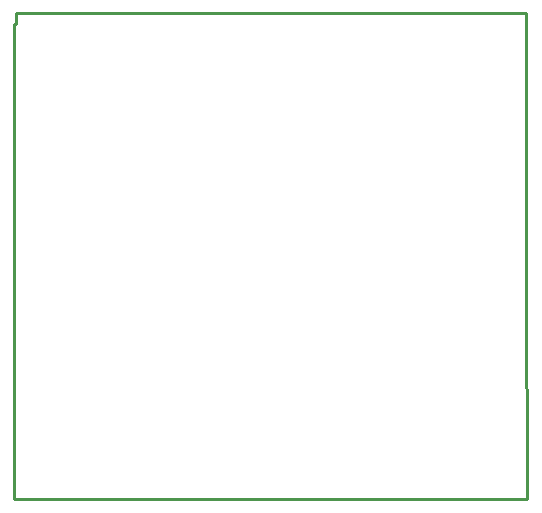
<source format=gko>
G04 Layer: BoardOutlineLayer*
G04 EasyEDA v6.5.51, 2025-12-30 14:59:57*
G04 e2b6940d57744ff6b67d484dd8a43087,29e69997831044be9a653ea2d9381927,10*
G04 Gerber Generator version 0.2*
G04 Scale: 100 percent, Rotated: No, Reflected: No *
G04 Dimensions in millimeters *
G04 leading zeros omitted , absolute positions ,4 integer and 5 decimal *
%FSLAX45Y45*%
%MOMM*%

%ADD10C,0.2540*%
%ADD11C,0.0148*%
D10*
X3365500Y5803900D02*
G01*
X3365500Y5892800D01*
X7683500Y5892800D01*
X7683500Y3657600D01*
X7696200Y1778000D01*
X3352800Y1778000D01*
X3352800Y5803900D01*
X3365500Y5803900D01*

%LPD*%
M02*

</source>
